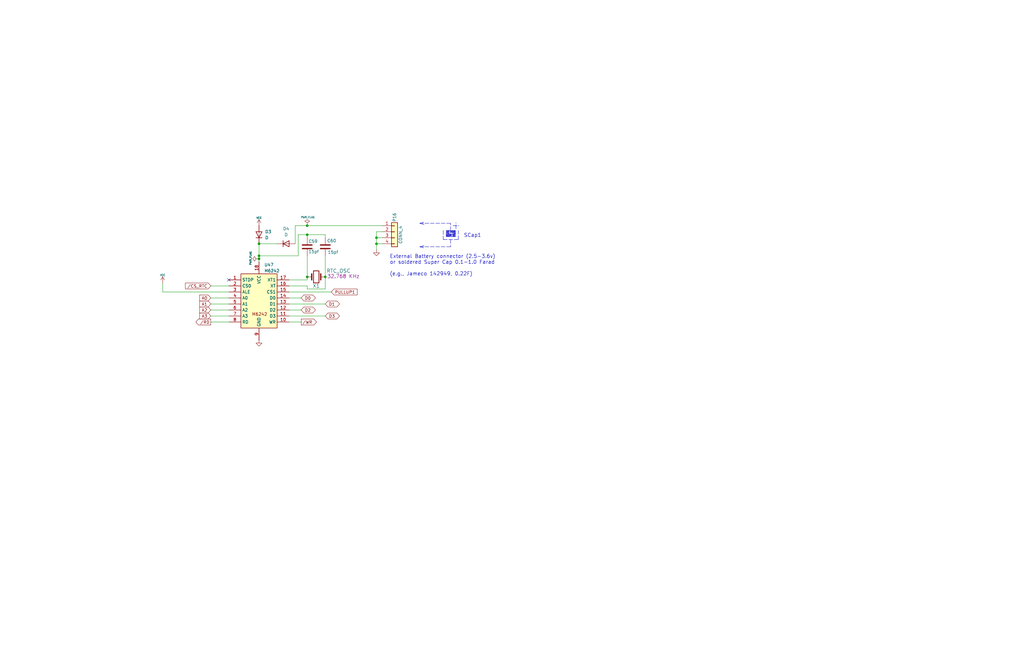
<source format=kicad_sch>
(kicad_sch
	(version 20250114)
	(generator "eeschema")
	(generator_version "9.0")
	(uuid "cbe0dedb-2418-48fa-b2ea-9e475d930100")
	(paper "USLedger")
	(title_block
		(title "N8PC")
		(date "2025-11-02")
		(rev "000.8")
		(comment 1 "https://github.com/danwerner21/N8PC")
		(comment 2 "Based on work by Andrew Lynch and John Coffman")
	)
	(lib_symbols
		(symbol "Connector_Generic:Conn_01x04"
			(pin_names
				(offset 1.016)
				(hide yes)
			)
			(exclude_from_sim no)
			(in_bom yes)
			(on_board yes)
			(property "Reference" "J"
				(at 0 5.08 0)
				(effects
					(font
						(size 1.27 1.27)
					)
				)
			)
			(property "Value" "Conn_01x04"
				(at 0 -7.62 0)
				(effects
					(font
						(size 1.27 1.27)
					)
				)
			)
			(property "Footprint" ""
				(at 0 0 0)
				(effects
					(font
						(size 1.27 1.27)
					)
					(hide yes)
				)
			)
			(property "Datasheet" "~"
				(at 0 0 0)
				(effects
					(font
						(size 1.27 1.27)
					)
					(hide yes)
				)
			)
			(property "Description" "Generic connector, single row, 01x04, script generated (kicad-library-utils/schlib/autogen/connector/)"
				(at 0 0 0)
				(effects
					(font
						(size 1.27 1.27)
					)
					(hide yes)
				)
			)
			(property "ki_keywords" "connector"
				(at 0 0 0)
				(effects
					(font
						(size 1.27 1.27)
					)
					(hide yes)
				)
			)
			(property "ki_fp_filters" "Connector*:*_1x??_*"
				(at 0 0 0)
				(effects
					(font
						(size 1.27 1.27)
					)
					(hide yes)
				)
			)
			(symbol "Conn_01x04_1_1"
				(rectangle
					(start -1.27 3.81)
					(end 1.27 -6.35)
					(stroke
						(width 0.254)
						(type default)
					)
					(fill
						(type background)
					)
				)
				(rectangle
					(start -1.27 2.667)
					(end 0 2.413)
					(stroke
						(width 0.1524)
						(type default)
					)
					(fill
						(type none)
					)
				)
				(rectangle
					(start -1.27 0.127)
					(end 0 -0.127)
					(stroke
						(width 0.1524)
						(type default)
					)
					(fill
						(type none)
					)
				)
				(rectangle
					(start -1.27 -2.413)
					(end 0 -2.667)
					(stroke
						(width 0.1524)
						(type default)
					)
					(fill
						(type none)
					)
				)
				(rectangle
					(start -1.27 -4.953)
					(end 0 -5.207)
					(stroke
						(width 0.1524)
						(type default)
					)
					(fill
						(type none)
					)
				)
				(pin passive line
					(at -5.08 2.54 0)
					(length 3.81)
					(name "Pin_1"
						(effects
							(font
								(size 1.27 1.27)
							)
						)
					)
					(number "1"
						(effects
							(font
								(size 1.27 1.27)
							)
						)
					)
				)
				(pin passive line
					(at -5.08 0 0)
					(length 3.81)
					(name "Pin_2"
						(effects
							(font
								(size 1.27 1.27)
							)
						)
					)
					(number "2"
						(effects
							(font
								(size 1.27 1.27)
							)
						)
					)
				)
				(pin passive line
					(at -5.08 -2.54 0)
					(length 3.81)
					(name "Pin_3"
						(effects
							(font
								(size 1.27 1.27)
							)
						)
					)
					(number "3"
						(effects
							(font
								(size 1.27 1.27)
							)
						)
					)
				)
				(pin passive line
					(at -5.08 -5.08 0)
					(length 3.81)
					(name "Pin_4"
						(effects
							(font
								(size 1.27 1.27)
							)
						)
					)
					(number "4"
						(effects
							(font
								(size 1.27 1.27)
							)
						)
					)
				)
			)
			(embedded_fonts no)
		)
		(symbol "Custom:M6242B"
			(exclude_from_sim no)
			(in_bom yes)
			(on_board yes)
			(property "Reference" "U"
				(at 0 0 0)
				(effects
					(font
						(size 1.27 1.27)
					)
				)
			)
			(property "Value" ""
				(at 0 0 0)
				(effects
					(font
						(size 1.27 1.27)
					)
				)
			)
			(property "Footprint" ""
				(at 0 0 0)
				(effects
					(font
						(size 1.27 1.27)
					)
					(hide yes)
				)
			)
			(property "Datasheet" ""
				(at 0 0 0)
				(effects
					(font
						(size 1.27 1.27)
					)
					(hide yes)
				)
			)
			(property "Description" ""
				(at 0 0 0)
				(effects
					(font
						(size 1.27 1.27)
					)
					(hide yes)
				)
			)
			(symbol "M6242B_1_0"
				(pin passive line
					(at -12.7 3.81 0)
					(length 5.08)
					(name "STDP"
						(effects
							(font
								(size 1.27 1.27)
							)
						)
					)
					(number "1"
						(effects
							(font
								(size 1.27 1.27)
							)
						)
					)
				)
				(pin passive line
					(at -12.7 1.27 0)
					(length 5.08)
					(name "CS0"
						(effects
							(font
								(size 1.27 1.27)
							)
						)
					)
					(number "2"
						(effects
							(font
								(size 1.27 1.27)
							)
						)
					)
				)
				(pin passive line
					(at -12.7 -1.27 0)
					(length 5.08)
					(name "ALE"
						(effects
							(font
								(size 1.27 1.27)
							)
						)
					)
					(number "3"
						(effects
							(font
								(size 1.27 1.27)
							)
						)
					)
				)
				(pin passive line
					(at -12.7 -3.81 0)
					(length 5.08)
					(name "A0"
						(effects
							(font
								(size 1.27 1.27)
							)
						)
					)
					(number "4"
						(effects
							(font
								(size 1.27 1.27)
							)
						)
					)
				)
				(pin passive line
					(at -12.7 -6.35 0)
					(length 5.08)
					(name "A1"
						(effects
							(font
								(size 1.27 1.27)
							)
						)
					)
					(number "5"
						(effects
							(font
								(size 1.27 1.27)
							)
						)
					)
				)
				(pin passive line
					(at -12.7 -8.89 0)
					(length 5.08)
					(name "A2"
						(effects
							(font
								(size 1.27 1.27)
							)
						)
					)
					(number "6"
						(effects
							(font
								(size 1.27 1.27)
							)
						)
					)
				)
				(pin passive line
					(at -12.7 -11.43 0)
					(length 5.08)
					(name "A3"
						(effects
							(font
								(size 1.27 1.27)
							)
						)
					)
					(number "7"
						(effects
							(font
								(size 1.27 1.27)
							)
						)
					)
				)
				(pin passive line
					(at -12.7 -13.97 0)
					(length 5.08)
					(name "RD"
						(effects
							(font
								(size 1.27 1.27)
							)
						)
					)
					(number "8"
						(effects
							(font
								(size 1.27 1.27)
							)
						)
					)
				)
				(pin power_in line
					(at 0 11.43 270)
					(length 5.08)
					(name "VCC"
						(effects
							(font
								(size 1.27 1.27)
							)
						)
					)
					(number "18"
						(effects
							(font
								(size 1.27 1.27)
							)
						)
					)
				)
				(pin power_in line
					(at 0 -21.59 90)
					(length 5.08)
					(name "GND"
						(effects
							(font
								(size 1.27 1.27)
							)
						)
					)
					(number "9"
						(effects
							(font
								(size 1.27 1.27)
							)
						)
					)
				)
				(pin passive line
					(at 12.7 3.81 180)
					(length 5.08)
					(name "XT1"
						(effects
							(font
								(size 1.27 1.27)
							)
						)
					)
					(number "17"
						(effects
							(font
								(size 1.27 1.27)
							)
						)
					)
				)
				(pin passive line
					(at 12.7 1.27 180)
					(length 5.08)
					(name "XT"
						(effects
							(font
								(size 1.27 1.27)
							)
						)
					)
					(number "16"
						(effects
							(font
								(size 1.27 1.27)
							)
						)
					)
				)
				(pin passive line
					(at 12.7 -1.27 180)
					(length 5.08)
					(name "CS1"
						(effects
							(font
								(size 1.27 1.27)
							)
						)
					)
					(number "15"
						(effects
							(font
								(size 1.27 1.27)
							)
						)
					)
				)
				(pin passive line
					(at 12.7 -3.81 180)
					(length 5.08)
					(name "D0"
						(effects
							(font
								(size 1.27 1.27)
							)
						)
					)
					(number "14"
						(effects
							(font
								(size 1.27 1.27)
							)
						)
					)
				)
				(pin passive line
					(at 12.7 -6.35 180)
					(length 5.08)
					(name "D1"
						(effects
							(font
								(size 1.27 1.27)
							)
						)
					)
					(number "13"
						(effects
							(font
								(size 1.27 1.27)
							)
						)
					)
				)
				(pin passive line
					(at 12.7 -8.89 180)
					(length 5.08)
					(name "D2"
						(effects
							(font
								(size 1.27 1.27)
							)
						)
					)
					(number "12"
						(effects
							(font
								(size 1.27 1.27)
							)
						)
					)
				)
				(pin passive line
					(at 12.7 -11.43 180)
					(length 5.08)
					(name "D3"
						(effects
							(font
								(size 1.27 1.27)
							)
						)
					)
					(number "11"
						(effects
							(font
								(size 1.27 1.27)
							)
						)
					)
				)
				(pin passive line
					(at 12.7 -13.97 180)
					(length 5.08)
					(name "WR"
						(effects
							(font
								(size 1.27 1.27)
							)
						)
					)
					(number "10"
						(effects
							(font
								(size 1.27 1.27)
							)
						)
					)
				)
			)
			(symbol "M6242B_1_1"
				(rectangle
					(start -7.62 6.35)
					(end 7.62 -16.51)
					(stroke
						(width 0.254)
						(type default)
					)
					(fill
						(type background)
					)
				)
				(text "M6242"
					(at 0.254 -10.668 0)
					(effects
						(font
							(size 1.27 1.27)
						)
					)
				)
			)
			(embedded_fonts no)
		)
		(symbol "Device:C"
			(pin_numbers
				(hide yes)
			)
			(pin_names
				(offset 0.254)
			)
			(exclude_from_sim no)
			(in_bom yes)
			(on_board yes)
			(property "Reference" "C"
				(at 0.635 2.54 0)
				(effects
					(font
						(size 1.27 1.27)
					)
					(justify left)
				)
			)
			(property "Value" "C"
				(at 0.635 -2.54 0)
				(effects
					(font
						(size 1.27 1.27)
					)
					(justify left)
				)
			)
			(property "Footprint" ""
				(at 0.9652 -3.81 0)
				(effects
					(font
						(size 1.27 1.27)
					)
					(hide yes)
				)
			)
			(property "Datasheet" "~"
				(at 0 0 0)
				(effects
					(font
						(size 1.27 1.27)
					)
					(hide yes)
				)
			)
			(property "Description" "Unpolarized capacitor"
				(at 0 0 0)
				(effects
					(font
						(size 1.27 1.27)
					)
					(hide yes)
				)
			)
			(property "ki_keywords" "cap capacitor"
				(at 0 0 0)
				(effects
					(font
						(size 1.27 1.27)
					)
					(hide yes)
				)
			)
			(property "ki_fp_filters" "C_*"
				(at 0 0 0)
				(effects
					(font
						(size 1.27 1.27)
					)
					(hide yes)
				)
			)
			(symbol "C_0_1"
				(polyline
					(pts
						(xy -2.032 0.762) (xy 2.032 0.762)
					)
					(stroke
						(width 0.508)
						(type default)
					)
					(fill
						(type none)
					)
				)
				(polyline
					(pts
						(xy -2.032 -0.762) (xy 2.032 -0.762)
					)
					(stroke
						(width 0.508)
						(type default)
					)
					(fill
						(type none)
					)
				)
			)
			(symbol "C_1_1"
				(pin passive line
					(at 0 3.81 270)
					(length 2.794)
					(name "~"
						(effects
							(font
								(size 1.27 1.27)
							)
						)
					)
					(number "1"
						(effects
							(font
								(size 1.27 1.27)
							)
						)
					)
				)
				(pin passive line
					(at 0 -3.81 90)
					(length 2.794)
					(name "~"
						(effects
							(font
								(size 1.27 1.27)
							)
						)
					)
					(number "2"
						(effects
							(font
								(size 1.27 1.27)
							)
						)
					)
				)
			)
			(embedded_fonts no)
		)
		(symbol "Device:Crystal"
			(pin_numbers
				(hide yes)
			)
			(pin_names
				(offset 1.016)
				(hide yes)
			)
			(exclude_from_sim no)
			(in_bom yes)
			(on_board yes)
			(property "Reference" "Y"
				(at 0 3.81 0)
				(effects
					(font
						(size 1.27 1.27)
					)
				)
			)
			(property "Value" "Crystal"
				(at 0 -3.81 0)
				(effects
					(font
						(size 1.27 1.27)
					)
				)
			)
			(property "Footprint" ""
				(at 0 0 0)
				(effects
					(font
						(size 1.27 1.27)
					)
					(hide yes)
				)
			)
			(property "Datasheet" "~"
				(at 0 0 0)
				(effects
					(font
						(size 1.27 1.27)
					)
					(hide yes)
				)
			)
			(property "Description" "Two pin crystal"
				(at 0 0 0)
				(effects
					(font
						(size 1.27 1.27)
					)
					(hide yes)
				)
			)
			(property "ki_keywords" "quartz ceramic resonator oscillator"
				(at 0 0 0)
				(effects
					(font
						(size 1.27 1.27)
					)
					(hide yes)
				)
			)
			(property "ki_fp_filters" "Crystal*"
				(at 0 0 0)
				(effects
					(font
						(size 1.27 1.27)
					)
					(hide yes)
				)
			)
			(symbol "Crystal_0_1"
				(polyline
					(pts
						(xy -2.54 0) (xy -1.905 0)
					)
					(stroke
						(width 0)
						(type default)
					)
					(fill
						(type none)
					)
				)
				(polyline
					(pts
						(xy -1.905 -1.27) (xy -1.905 1.27)
					)
					(stroke
						(width 0.508)
						(type default)
					)
					(fill
						(type none)
					)
				)
				(rectangle
					(start -1.143 2.54)
					(end 1.143 -2.54)
					(stroke
						(width 0.3048)
						(type default)
					)
					(fill
						(type none)
					)
				)
				(polyline
					(pts
						(xy 1.905 -1.27) (xy 1.905 1.27)
					)
					(stroke
						(width 0.508)
						(type default)
					)
					(fill
						(type none)
					)
				)
				(polyline
					(pts
						(xy 2.54 0) (xy 1.905 0)
					)
					(stroke
						(width 0)
						(type default)
					)
					(fill
						(type none)
					)
				)
			)
			(symbol "Crystal_1_1"
				(pin passive line
					(at -3.81 0 0)
					(length 1.27)
					(name "1"
						(effects
							(font
								(size 1.27 1.27)
							)
						)
					)
					(number "1"
						(effects
							(font
								(size 1.27 1.27)
							)
						)
					)
				)
				(pin passive line
					(at 3.81 0 180)
					(length 1.27)
					(name "2"
						(effects
							(font
								(size 1.27 1.27)
							)
						)
					)
					(number "2"
						(effects
							(font
								(size 1.27 1.27)
							)
						)
					)
				)
			)
			(embedded_fonts no)
		)
		(symbol "Device:D"
			(pin_numbers
				(hide yes)
			)
			(pin_names
				(offset 1.016)
				(hide yes)
			)
			(exclude_from_sim no)
			(in_bom yes)
			(on_board yes)
			(property "Reference" "D"
				(at 0 2.54 0)
				(effects
					(font
						(size 1.27 1.27)
					)
				)
			)
			(property "Value" "D"
				(at 0 -2.54 0)
				(effects
					(font
						(size 1.27 1.27)
					)
				)
			)
			(property "Footprint" ""
				(at 0 0 0)
				(effects
					(font
						(size 1.27 1.27)
					)
					(hide yes)
				)
			)
			(property "Datasheet" "~"
				(at 0 0 0)
				(effects
					(font
						(size 1.27 1.27)
					)
					(hide yes)
				)
			)
			(property "Description" "Diode"
				(at 0 0 0)
				(effects
					(font
						(size 1.27 1.27)
					)
					(hide yes)
				)
			)
			(property "Sim.Device" "D"
				(at 0 0 0)
				(effects
					(font
						(size 1.27 1.27)
					)
					(hide yes)
				)
			)
			(property "Sim.Pins" "1=K 2=A"
				(at 0 0 0)
				(effects
					(font
						(size 1.27 1.27)
					)
					(hide yes)
				)
			)
			(property "ki_keywords" "diode"
				(at 0 0 0)
				(effects
					(font
						(size 1.27 1.27)
					)
					(hide yes)
				)
			)
			(property "ki_fp_filters" "TO-???* *_Diode_* *SingleDiode* D_*"
				(at 0 0 0)
				(effects
					(font
						(size 1.27 1.27)
					)
					(hide yes)
				)
			)
			(symbol "D_0_1"
				(polyline
					(pts
						(xy -1.27 1.27) (xy -1.27 -1.27)
					)
					(stroke
						(width 0.254)
						(type default)
					)
					(fill
						(type none)
					)
				)
				(polyline
					(pts
						(xy 1.27 1.27) (xy 1.27 -1.27) (xy -1.27 0) (xy 1.27 1.27)
					)
					(stroke
						(width 0.254)
						(type default)
					)
					(fill
						(type none)
					)
				)
				(polyline
					(pts
						(xy 1.27 0) (xy -1.27 0)
					)
					(stroke
						(width 0)
						(type default)
					)
					(fill
						(type none)
					)
				)
			)
			(symbol "D_1_1"
				(pin passive line
					(at -3.81 0 0)
					(length 2.54)
					(name "K"
						(effects
							(font
								(size 1.27 1.27)
							)
						)
					)
					(number "1"
						(effects
							(font
								(size 1.27 1.27)
							)
						)
					)
				)
				(pin passive line
					(at 3.81 0 180)
					(length 2.54)
					(name "A"
						(effects
							(font
								(size 1.27 1.27)
							)
						)
					)
					(number "2"
						(effects
							(font
								(size 1.27 1.27)
							)
						)
					)
				)
			)
			(embedded_fonts no)
		)
		(symbol "power:GND"
			(power)
			(pin_numbers
				(hide yes)
			)
			(pin_names
				(offset 0)
				(hide yes)
			)
			(exclude_from_sim no)
			(in_bom yes)
			(on_board yes)
			(property "Reference" "#PWR"
				(at 0 -6.35 0)
				(effects
					(font
						(size 1.27 1.27)
					)
					(hide yes)
				)
			)
			(property "Value" "GND"
				(at 0 -3.81 0)
				(effects
					(font
						(size 1.27 1.27)
					)
				)
			)
			(property "Footprint" ""
				(at 0 0 0)
				(effects
					(font
						(size 1.27 1.27)
					)
					(hide yes)
				)
			)
			(property "Datasheet" ""
				(at 0 0 0)
				(effects
					(font
						(size 1.27 1.27)
					)
					(hide yes)
				)
			)
			(property "Description" "Power symbol creates a global label with name \"GND\" , ground"
				(at 0 0 0)
				(effects
					(font
						(size 1.27 1.27)
					)
					(hide yes)
				)
			)
			(property "ki_keywords" "global power"
				(at 0 0 0)
				(effects
					(font
						(size 1.27 1.27)
					)
					(hide yes)
				)
			)
			(symbol "GND_0_1"
				(polyline
					(pts
						(xy 0 0) (xy 0 -1.27) (xy 1.27 -1.27) (xy 0 -2.54) (xy -1.27 -1.27) (xy 0 -1.27)
					)
					(stroke
						(width 0)
						(type default)
					)
					(fill
						(type none)
					)
				)
			)
			(symbol "GND_1_1"
				(pin power_in line
					(at 0 0 270)
					(length 0)
					(name "~"
						(effects
							(font
								(size 1.27 1.27)
							)
						)
					)
					(number "1"
						(effects
							(font
								(size 1.27 1.27)
							)
						)
					)
				)
			)
			(embedded_fonts no)
		)
		(symbol "power:PWR_FLAG"
			(power)
			(pin_numbers
				(hide yes)
			)
			(pin_names
				(offset 0)
				(hide yes)
			)
			(exclude_from_sim no)
			(in_bom yes)
			(on_board yes)
			(property "Reference" "#FLG"
				(at 0 1.905 0)
				(effects
					(font
						(size 1.27 1.27)
					)
					(hide yes)
				)
			)
			(property "Value" "PWR_FLAG"
				(at 0 3.81 0)
				(effects
					(font
						(size 1.27 1.27)
					)
				)
			)
			(property "Footprint" ""
				(at 0 0 0)
				(effects
					(font
						(size 1.27 1.27)
					)
					(hide yes)
				)
			)
			(property "Datasheet" "~"
				(at 0 0 0)
				(effects
					(font
						(size 1.27 1.27)
					)
					(hide yes)
				)
			)
			(property "Description" "Special symbol for telling ERC where power comes from"
				(at 0 0 0)
				(effects
					(font
						(size 1.27 1.27)
					)
					(hide yes)
				)
			)
			(property "ki_keywords" "flag power"
				(at 0 0 0)
				(effects
					(font
						(size 1.27 1.27)
					)
					(hide yes)
				)
			)
			(symbol "PWR_FLAG_0_0"
				(pin power_out line
					(at 0 0 90)
					(length 0)
					(name "~"
						(effects
							(font
								(size 1.27 1.27)
							)
						)
					)
					(number "1"
						(effects
							(font
								(size 1.27 1.27)
							)
						)
					)
				)
			)
			(symbol "PWR_FLAG_0_1"
				(polyline
					(pts
						(xy 0 0) (xy 0 1.27) (xy -1.016 1.905) (xy 0 2.54) (xy 1.016 1.905) (xy 0 1.27)
					)
					(stroke
						(width 0)
						(type default)
					)
					(fill
						(type none)
					)
				)
			)
			(embedded_fonts no)
		)
		(symbol "power:VCC"
			(power)
			(pin_numbers
				(hide yes)
			)
			(pin_names
				(offset 0)
				(hide yes)
			)
			(exclude_from_sim no)
			(in_bom yes)
			(on_board yes)
			(property "Reference" "#PWR"
				(at 0 -3.81 0)
				(effects
					(font
						(size 1.27 1.27)
					)
					(hide yes)
				)
			)
			(property "Value" "VCC"
				(at 0 3.556 0)
				(effects
					(font
						(size 1.27 1.27)
					)
				)
			)
			(property "Footprint" ""
				(at 0 0 0)
				(effects
					(font
						(size 1.27 1.27)
					)
					(hide yes)
				)
			)
			(property "Datasheet" ""
				(at 0 0 0)
				(effects
					(font
						(size 1.27 1.27)
					)
					(hide yes)
				)
			)
			(property "Description" "Power symbol creates a global label with name \"VCC\""
				(at 0 0 0)
				(effects
					(font
						(size 1.27 1.27)
					)
					(hide yes)
				)
			)
			(property "ki_keywords" "global power"
				(at 0 0 0)
				(effects
					(font
						(size 1.27 1.27)
					)
					(hide yes)
				)
			)
			(symbol "VCC_0_1"
				(polyline
					(pts
						(xy -0.762 1.27) (xy 0 2.54)
					)
					(stroke
						(width 0)
						(type default)
					)
					(fill
						(type none)
					)
				)
				(polyline
					(pts
						(xy 0 2.54) (xy 0.762 1.27)
					)
					(stroke
						(width 0)
						(type default)
					)
					(fill
						(type none)
					)
				)
				(polyline
					(pts
						(xy 0 0) (xy 0 2.54)
					)
					(stroke
						(width 0)
						(type default)
					)
					(fill
						(type none)
					)
				)
			)
			(symbol "VCC_1_1"
				(pin power_in line
					(at 0 0 90)
					(length 0)
					(name "~"
						(effects
							(font
								(size 1.27 1.27)
							)
						)
					)
					(number "1"
						(effects
							(font
								(size 1.27 1.27)
							)
						)
					)
				)
			)
			(embedded_fonts no)
		)
	)
	(text "External Battery connector (2.5-3.6v)\nor soldered Super Cap 0.1-1.0 Farad\n\n(e.g., Jameco 142949, 0.22F)"
		(exclude_from_sim no)
		(at 164.338 116.586 0)
		(effects
			(font
				(size 1.524 1.524)
			)
			(justify left bottom)
		)
		(uuid "92e3e0e3-fa3a-46c6-b84f-93ebe8ce2786")
	)
	(text "~"
		(exclude_from_sim no)
		(at 195.834 97.536 0)
		(effects
			(font
				(size 1.524 1.524)
			)
			(justify left bottom)
		)
		(uuid "bcbab533-e9d9-434c-b211-4f2e310ebe17")
	)
	(text "SCap1"
		(exclude_from_sim no)
		(at 195.58 100.33 0)
		(effects
			(font
				(size 1.524 1.524)
			)
			(justify left bottom)
		)
		(uuid "cab9cfba-eafe-478a-a2eb-956c2e26d486")
	)
	(junction
		(at 129.54 116.84)
		(diameter 0)
		(color 0 0 0 0)
		(uuid "0d1d74d0-0d3a-4233-ba1e-e9e063a4e189")
	)
	(junction
		(at 137.16 116.84)
		(diameter 0)
		(color 0 0 0 0)
		(uuid "17c6fedd-fb1d-45fc-8f07-0e48566785ea")
	)
	(junction
		(at 109.22 109.22)
		(diameter 0)
		(color 0 0 0 0)
		(uuid "22257d5c-532e-4549-af19-bd9813268dd8")
	)
	(junction
		(at 158.75 100.33)
		(diameter 0)
		(color 0 0 0 0)
		(uuid "6cb0f734-f1e0-4530-99f5-c98ebef9a7c0")
	)
	(junction
		(at 129.54 99.06)
		(diameter 0)
		(color 0 0 0 0)
		(uuid "7ad2b714-d338-4d20-b85d-d09236e3471d")
	)
	(junction
		(at 158.75 102.87)
		(diameter 0)
		(color 0 0 0 0)
		(uuid "9111b942-aa29-4bc9-84f8-012d40869b3a")
	)
	(junction
		(at 109.22 102.87)
		(diameter 0)
		(color 0 0 0 0)
		(uuid "9d1c0fcd-41fb-443e-b593-04b65394e3fe")
	)
	(junction
		(at 109.22 107.95)
		(diameter 0)
		(color 0 0 0 0)
		(uuid "cee5a908-c97a-48b2-af48-b495431ce13f")
	)
	(junction
		(at 129.54 95.25)
		(diameter 0)
		(color 0 0 0 0)
		(uuid "e1156556-c4ff-4065-afc0-db8776de6ef2")
	)
	(no_connect
		(at 96.52 118.11)
		(uuid "272fd08b-1ff6-42cc-b6f9-0dbecc3ebff3")
	)
	(wire
		(pts
			(xy 129.54 100.33) (xy 129.54 99.06)
		)
		(stroke
			(width 0)
			(type default)
		)
		(uuid "074e6c7a-2716-4f53-8296-9c1aad1d60c3")
	)
	(wire
		(pts
			(xy 88.9 128.27) (xy 96.52 128.27)
		)
		(stroke
			(width 0)
			(type default)
		)
		(uuid "0b8b830e-7e53-4457-a68b-56284672be36")
	)
	(polyline
		(pts
			(xy 188.214 99.568) (xy 190.5 97.282)
		)
		(stroke
			(width 0)
			(type dash)
		)
		(uuid "0d373690-523c-460b-bf55-f720ac1d721e")
	)
	(polyline
		(pts
			(xy 188.214 98.552) (xy 189.484 97.282)
		)
		(stroke
			(width 0)
			(type dash)
		)
		(uuid "0dfcaca9-2865-47fc-b12c-f4356d1adab8")
	)
	(wire
		(pts
			(xy 88.9 133.35) (xy 96.52 133.35)
		)
		(stroke
			(width 0)
			(type default)
		)
		(uuid "0e20b1c0-1eee-4bb3-b26a-eb3e3f1fdd2b")
	)
	(polyline
		(pts
			(xy 189.992 101.092) (xy 189.992 104.14)
		)
		(stroke
			(width 0)
			(type dash)
		)
		(uuid "10e54ce8-b6d1-43f0-9ad8-2bcc8ae3800c")
	)
	(wire
		(pts
			(xy 109.22 107.95) (xy 109.22 109.22)
		)
		(stroke
			(width 0)
			(type default)
		)
		(uuid "14daa1a8-aff2-4566-9b66-4fddbe25eaf6")
	)
	(wire
		(pts
			(xy 88.9 135.89) (xy 96.52 135.89)
		)
		(stroke
			(width 0)
			(type default)
		)
		(uuid "1c93944e-65dd-4e3d-b0b7-bd8e0d83dfe3")
	)
	(wire
		(pts
			(xy 109.22 102.87) (xy 109.22 107.95)
		)
		(stroke
			(width 0)
			(type default)
		)
		(uuid "1d5d82eb-161b-4693-bc0e-321ae02c2977")
	)
	(polyline
		(pts
			(xy 191.008 95.25) (xy 193.548 95.25)
		)
		(stroke
			(width 0)
			(type dash)
		)
		(uuid "1f1de75b-8f8c-489b-8157-2c79626a9ce8")
	)
	(wire
		(pts
			(xy 109.22 102.87) (xy 116.84 102.87)
		)
		(stroke
			(width 0)
			(type default)
		)
		(uuid "1ff55ea5-b1d8-448a-a6fc-652df37e1e6b")
	)
	(wire
		(pts
			(xy 137.16 99.06) (xy 137.16 100.33)
		)
		(stroke
			(width 0)
			(type default)
		)
		(uuid "20d22bc1-bc2e-44be-9919-bb7508e27a89")
	)
	(wire
		(pts
			(xy 158.75 97.79) (xy 161.29 97.79)
		)
		(stroke
			(width 0)
			(type default)
		)
		(uuid "20e1e5c1-f08d-420c-b598-e9a87b0886cb")
	)
	(polyline
		(pts
			(xy 188.722 97.282) (xy 188.214 97.79)
		)
		(stroke
			(width 0)
			(type dash)
		)
		(uuid "24062355-a8b6-44a4-8c27-09cf36e0b217")
	)
	(polyline
		(pts
			(xy 192.024 97.282) (xy 192.024 99.822)
		)
		(stroke
			(width 0)
			(type dash)
		)
		(uuid "25b55ce8-f1f1-4e3c-9198-8f96b5401f4d")
	)
	(wire
		(pts
			(xy 129.54 95.25) (xy 124.46 95.25)
		)
		(stroke
			(width 0)
			(type default)
		)
		(uuid "2745431f-67db-430b-9a58-4722efa9cc29")
	)
	(wire
		(pts
			(xy 88.9 120.65) (xy 96.52 120.65)
		)
		(stroke
			(width 0)
			(type default)
		)
		(uuid "285691e2-a949-4f48-9762-8656e55472ad")
	)
	(wire
		(pts
			(xy 121.92 133.35) (xy 137.16 133.35)
		)
		(stroke
			(width 0)
			(type default)
		)
		(uuid "2ae4f461-2dd2-4e59-9cec-42b344a65e34")
	)
	(polyline
		(pts
			(xy 189.738 97.282) (xy 188.214 98.806)
		)
		(stroke
			(width 0)
			(type dash)
		)
		(uuid "2c4c920e-a397-4099-b0c8-61be724dc379")
	)
	(wire
		(pts
			(xy 88.9 130.81) (xy 96.52 130.81)
		)
		(stroke
			(width 0)
			(type default)
		)
		(uuid "35921371-a3e1-421b-b76e-f82cfc3e3152")
	)
	(polyline
		(pts
			(xy 193.294 101.092) (xy 193.294 97.282)
		)
		(stroke
			(width 0)
			(type dash)
		)
		(uuid "38c3d51b-624c-469b-bf45-9fcfbfd7c6cb")
	)
	(wire
		(pts
			(xy 137.16 121.92) (xy 129.54 121.92)
		)
		(stroke
			(width 0)
			(type default)
		)
		(uuid "39247989-3c6e-4b7f-93a5-b52758855e0a")
	)
	(wire
		(pts
			(xy 161.29 95.25) (xy 129.54 95.25)
		)
		(stroke
			(width 0)
			(type default)
		)
		(uuid "398b3923-65dc-435b-93aa-5850d676d8e1")
	)
	(wire
		(pts
			(xy 121.92 135.89) (xy 127 135.89)
		)
		(stroke
			(width 0)
			(type default)
		)
		(uuid "3c000ca0-4edb-49ac-9e25-18b111603333")
	)
	(wire
		(pts
			(xy 88.9 125.73) (xy 96.52 125.73)
		)
		(stroke
			(width 0)
			(type default)
		)
		(uuid "3ea46392-d989-4fe8-a703-67426b5a8ae4")
	)
	(polyline
		(pts
			(xy 186.944 101.092) (xy 193.294 101.092)
		)
		(stroke
			(width 0)
			(type dash)
		)
		(uuid "4124ca06-3037-4789-b0ec-c2922bba8b98")
	)
	(polyline
		(pts
			(xy 192.024 97.282) (xy 189.484 99.822)
		)
		(stroke
			(width 0)
			(type dash)
		)
		(uuid "41888a60-15d5-4001-9789-05c5b56a7d79")
	)
	(wire
		(pts
			(xy 158.75 102.87) (xy 158.75 100.33)
		)
		(stroke
			(width 0)
			(type default)
		)
		(uuid "42ab241e-70e6-445a-a792-aefa920b1130")
	)
	(wire
		(pts
			(xy 125.73 99.06) (xy 129.54 99.06)
		)
		(stroke
			(width 0)
			(type default)
		)
		(uuid "446b9f5e-5d7d-4514-ab22-2c2362d57a66")
	)
	(polyline
		(pts
			(xy 188.214 99.06) (xy 189.992 97.282)
		)
		(stroke
			(width 0)
			(type dash)
		)
		(uuid "448cfa57-f291-4c47-8e58-bdf8ddfcb9fc")
	)
	(wire
		(pts
			(xy 137.16 107.95) (xy 137.16 116.84)
		)
		(stroke
			(width 0)
			(type default)
		)
		(uuid "47c446df-2318-4474-b892-d88cbd7b6896")
	)
	(polyline
		(pts
			(xy 177.038 104.14) (xy 178.816 104.648)
		)
		(stroke
			(width 0)
			(type dash)
		)
		(uuid "4b83b5d0-da0f-4e79-8f10-e228bc852ea2")
	)
	(polyline
		(pts
			(xy 178.816 94.742) (xy 177.038 94.234)
		)
		(stroke
			(width 0)
			(type dash)
		)
		(uuid "4ce4c4bd-c43c-4ad3-a203-d66f358d04e5")
	)
	(polyline
		(pts
			(xy 188.214 98.298) (xy 189.23 97.282)
		)
		(stroke
			(width 0)
			(type dash)
		)
		(uuid "4cfcf672-b750-4dc2-affb-538db8bacf49")
	)
	(polyline
		(pts
			(xy 192.024 99.822) (xy 188.214 99.822)
		)
		(stroke
			(width 0)
			(type dash)
		)
		(uuid "4da2c468-4eca-4063-ac16-4d11c95eaf1a")
	)
	(polyline
		(pts
			(xy 188.214 99.314) (xy 190.246 97.282)
		)
		(stroke
			(width 0)
			(type dash)
		)
		(uuid "4dba5e90-e9e1-423d-b342-f27cfc0bb522")
	)
	(polyline
		(pts
			(xy 188.468 99.822) (xy 191.008 97.282)
		)
		(stroke
			(width 0)
			(type dash)
		)
		(uuid "4fbb8b65-1e35-4f58-97fb-2448dc4a2c0d")
	)
	(wire
		(pts
			(xy 121.92 130.81) (xy 127 130.81)
		)
		(stroke
			(width 0)
			(type default)
		)
		(uuid "57341449-3eb3-4aa2-bf6d-5b753a2c2e7b")
	)
	(wire
		(pts
			(xy 129.54 121.92) (xy 129.54 120.65)
		)
		(stroke
			(width 0)
			(type default)
		)
		(uuid "57d736c0-d433-45c9-8e8f-086c58fded61")
	)
	(wire
		(pts
			(xy 109.22 109.22) (xy 109.22 110.49)
		)
		(stroke
			(width 0)
			(type default)
		)
		(uuid "5b17b3dd-03a7-4843-9f52-d87d0df5ef98")
	)
	(polyline
		(pts
			(xy 189.738 99.822) (xy 192.024 97.536)
		)
		(stroke
			(width 0)
			(type dash)
		)
		(uuid "5f9f57ce-4522-424a-88b8-4b205fd7371b")
	)
	(wire
		(pts
			(xy 68.58 119.38) (xy 68.58 123.19)
		)
		(stroke
			(width 0)
			(type default)
		)
		(uuid "5ff390bd-5c2b-4c02-bfc2-5749431cfab3")
	)
	(wire
		(pts
			(xy 129.54 99.06) (xy 137.16 99.06)
		)
		(stroke
			(width 0)
			(type default)
		)
		(uuid "624cd841-5d8c-4be5-ba77-3b85ffae2999")
	)
	(polyline
		(pts
			(xy 186.944 97.282) (xy 186.944 101.092)
		)
		(stroke
			(width 0)
			(type dash)
		)
		(uuid "69699f7a-b298-4b6e-b75a-8f323a348809")
	)
	(polyline
		(pts
			(xy 192.024 98.552) (xy 190.754 99.822)
		)
		(stroke
			(width 0)
			(type dash)
		)
		(uuid "73659f2d-2784-4b06-90a0-55345351a087")
	)
	(wire
		(pts
			(xy 125.73 107.95) (xy 125.73 99.06)
		)
		(stroke
			(width 0)
			(type default)
		)
		(uuid "7383839f-b6cf-479d-b027-c7522a8a7b45")
	)
	(wire
		(pts
			(xy 129.54 120.65) (xy 121.92 120.65)
		)
		(stroke
			(width 0)
			(type default)
		)
		(uuid "74ee5d6f-0208-4484-ba4a-6ac0c6a9c83a")
	)
	(polyline
		(pts
			(xy 188.214 99.822) (xy 188.214 97.282)
		)
		(stroke
			(width 0)
			(type dash)
		)
		(uuid "7d666ed5-2dc9-4449-8859-015b65663dff")
	)
	(polyline
		(pts
			(xy 189.23 99.822) (xy 191.77 97.282)
		)
		(stroke
			(width 0)
			(type dash)
		)
		(uuid "800a84bb-8eab-4685-adf0-bc364fde816f")
	)
	(polyline
		(pts
			(xy 189.992 104.14) (xy 177.038 104.14)
		)
		(stroke
			(width 0)
			(type dash)
		)
		(uuid "890cb816-d5fa-4c64-912f-33884b2eb870")
	)
	(wire
		(pts
			(xy 68.58 123.19) (xy 96.52 123.19)
		)
		(stroke
			(width 0)
			(type default)
		)
		(uuid "89fa51bf-f68b-431d-9d68-f360e258a39c")
	)
	(polyline
		(pts
			(xy 192.024 97.79) (xy 189.992 99.822)
		)
		(stroke
			(width 0)
			(type dash)
		)
		(uuid "8b6dcd3d-c31e-495e-96e9-5914485c00ae")
	)
	(wire
		(pts
			(xy 137.16 116.84) (xy 137.16 121.92)
		)
		(stroke
			(width 0)
			(type default)
		)
		(uuid "8be18f1a-e17f-4982-94b0-17077ba9e282")
	)
	(polyline
		(pts
			(xy 188.214 99.822) (xy 190.754 97.282)
		)
		(stroke
			(width 0)
			(type dash)
		)
		(uuid "8d1a00ab-a0c4-4bb7-ae1b-70f65fddb316")
	)
	(polyline
		(pts
			(xy 192.024 99.314) (xy 191.516 99.822)
		)
		(stroke
			(width 0)
			(type dash)
		)
		(uuid "9451a97e-5800-42e5-aa73-6af9fe88ab6e")
	)
	(wire
		(pts
			(xy 121.92 125.73) (xy 127 125.73)
		)
		(stroke
			(width 0)
			(type default)
		)
		(uuid "96fdd68f-0fed-4b65-baba-bcf5938f79f7")
	)
	(wire
		(pts
			(xy 121.92 123.19) (xy 139.7 123.19)
		)
		(stroke
			(width 0)
			(type default)
		)
		(uuid "9c1b3994-a67d-48f7-910b-4e2bc3ffb989")
	)
	(wire
		(pts
			(xy 158.75 100.33) (xy 161.29 100.33)
		)
		(stroke
			(width 0)
			(type default)
		)
		(uuid "a1753ab4-271b-4756-ac44-580245115f5c")
	)
	(polyline
		(pts
			(xy 177.038 94.234) (xy 178.816 93.726)
		)
		(stroke
			(width 0)
			(type dash)
		)
		(uuid "a33e1bd6-fc3c-4db3-8eb6-c0b60acfbfa8")
	)
	(polyline
		(pts
			(xy 192.024 98.044) (xy 190.246 99.822)
		)
		(stroke
			(width 0)
			(type dash)
		)
		(uuid "a3fe153a-4ccc-4075-8efb-5a3ea01f00ba")
	)
	(polyline
		(pts
			(xy 189.992 94.234) (xy 177.038 94.234)
		)
		(stroke
			(width 0)
			(type dash)
		)
		(uuid "a595ce0a-6975-4d30-9a46-3d5590a4a385")
	)
	(wire
		(pts
			(xy 129.54 107.95) (xy 129.54 116.84)
		)
		(stroke
			(width 0)
			(type default)
		)
		(uuid "a6764b04-57cf-4f62-8ea8-d19c7d5cfc40")
	)
	(polyline
		(pts
			(xy 188.722 99.822) (xy 191.262 97.282)
		)
		(stroke
			(width 0)
			(type dash)
		)
		(uuid "a6f02b29-6692-447b-aec0-18676f667708")
	)
	(polyline
		(pts
			(xy 192.024 99.568) (xy 191.77 99.822)
		)
		(stroke
			(width 0)
			(type dash)
		)
		(uuid "abeaaa44-d1b9-4986-ac75-21af6d948b6c")
	)
	(wire
		(pts
			(xy 129.54 116.84) (xy 129.54 118.11)
		)
		(stroke
			(width 0)
			(type default)
		)
		(uuid "b485b17a-5bd9-49f7-ba69-06e6c8513965")
	)
	(polyline
		(pts
			(xy 188.976 99.822) (xy 191.516 97.282)
		)
		(stroke
			(width 0)
			(type dash)
		)
		(uuid "b7b89e36-ec31-4346-8187-69b1e472b64d")
	)
	(polyline
		(pts
			(xy 192.024 98.298) (xy 190.5 99.822)
		)
		(stroke
			(width 0)
			(type dash)
		)
		(uuid "bb513acc-705b-460a-b7b5-8f5b4d3f0432")
	)
	(polyline
		(pts
			(xy 178.816 103.632) (xy 177.038 104.14)
		)
		(stroke
			(width 0)
			(type dash)
		)
		(uuid "bd32591f-6897-4d63-a8bd-135148b120a1")
	)
	(wire
		(pts
			(xy 158.75 100.33) (xy 158.75 97.79)
		)
		(stroke
			(width 0)
			(type default)
		)
		(uuid "c01ea495-5e00-40b7-a115-27f469344d40")
	)
	(wire
		(pts
			(xy 121.92 118.11) (xy 129.54 118.11)
		)
		(stroke
			(width 0)
			(type default)
		)
		(uuid "c69cfb87-04ee-40c1-aa9d-8cdfffd83a0d")
	)
	(polyline
		(pts
			(xy 189.992 97.282) (xy 189.992 94.234)
		)
		(stroke
			(width 0)
			(type dash)
		)
		(uuid "d8f0db28-7e5c-4284-8050-94cb06a0a295")
	)
	(polyline
		(pts
			(xy 188.214 98.044) (xy 188.976 97.282)
		)
		(stroke
			(width 0)
			(type dash)
		)
		(uuid "dfd8dfc3-ad86-470e-a8f4-eed3777027f6")
	)
	(wire
		(pts
			(xy 109.22 107.95) (xy 125.73 107.95)
		)
		(stroke
			(width 0)
			(type default)
		)
		(uuid "e0f8f607-f0e4-4f7a-baab-2ee1f0eab474")
	)
	(polyline
		(pts
			(xy 188.214 97.282) (xy 192.024 97.282)
		)
		(stroke
			(width 0)
			(type dash)
		)
		(uuid "e3d21f97-494d-471f-8154-d9fbf99b335c")
	)
	(polyline
		(pts
			(xy 192.024 99.06) (xy 191.262 99.822)
		)
		(stroke
			(width 0)
			(type dash)
		)
		(uuid "eaa97db4-24d1-4441-abe7-42a95c22d2bd")
	)
	(wire
		(pts
			(xy 121.92 128.27) (xy 137.16 128.27)
		)
		(stroke
			(width 0)
			(type default)
		)
		(uuid "eb5cdc20-d812-4884-8920-7e9ba003e544")
	)
	(wire
		(pts
			(xy 161.29 102.87) (xy 158.75 102.87)
		)
		(stroke
			(width 0)
			(type default)
		)
		(uuid "ed6a32e2-b49d-4a34-9c75-0ef0fa9aa691")
	)
	(wire
		(pts
			(xy 124.46 95.25) (xy 124.46 102.87)
		)
		(stroke
			(width 0)
			(type default)
		)
		(uuid "eea10789-1e1d-40b5-adfe-0f0e65c3687e")
	)
	(polyline
		(pts
			(xy 188.214 97.536) (xy 188.468 97.282)
		)
		(stroke
			(width 0)
			(type dash)
		)
		(uuid "f050cf93-0324-443e-a7da-739bb27070dc")
	)
	(polyline
		(pts
			(xy 192.024 98.806) (xy 191.008 99.822)
		)
		(stroke
			(width 0)
			(type dash)
		)
		(uuid "f8b1a67b-156a-402c-b519-3e71ffc0e4d6")
	)
	(polyline
		(pts
			(xy 192.278 96.52) (xy 192.278 93.98)
		)
		(stroke
			(width 0)
			(type dash)
		)
		(uuid "f8fdbc17-dd54-4737-90bc-2f1447165a37")
	)
	(wire
		(pts
			(xy 158.75 105.41) (xy 158.75 102.87)
		)
		(stroke
			(width 0)
			(type default)
		)
		(uuid "fb391fa3-adfb-4ca1-82c2-a30d2e41e0d1")
	)
	(global_label "{slash}WR"
		(shape output)
		(at 127 135.89 0)
		(effects
			(font
				(size 1.27 1.27)
			)
			(justify left)
		)
		(uuid "106cf535-337d-48b8-9843-08f44e761d28")
		(property "Intersheetrefs" "${INTERSHEET_REFS}"
			(at 127 135.89 0)
			(effects
				(font
					(size 1.27 1.27)
				)
				(hide yes)
			)
		)
	)
	(global_label "D1"
		(shape bidirectional)
		(at 137.16 128.27 0)
		(effects
			(font
				(size 1.27 1.27)
			)
			(justify left)
		)
		(uuid "3725faac-2d09-49f6-8b81-8b717fb5338f")
		(property "Intersheetrefs" "${INTERSHEET_REFS}"
			(at 137.16 128.27 0)
			(effects
				(font
					(size 1.27 1.27)
				)
				(hide yes)
			)
		)
	)
	(global_label "A2"
		(shape input)
		(at 88.9 130.81 180)
		(effects
			(font
				(size 1.27 1.27)
			)
			(justify right)
		)
		(uuid "3ad69799-a79d-4340-af5e-e702efd92d27")
		(property "Intersheetrefs" "${INTERSHEET_REFS}"
			(at 88.9 130.81 0)
			(effects
				(font
					(size 1.27 1.27)
				)
				(hide yes)
			)
		)
	)
	(global_label "D0"
		(shape bidirectional)
		(at 127 125.73 0)
		(effects
			(font
				(size 1.27 1.27)
			)
			(justify left)
		)
		(uuid "4244b212-082c-4fe9-ada3-a78fed8054a7")
		(property "Intersheetrefs" "${INTERSHEET_REFS}"
			(at 127 125.73 0)
			(effects
				(font
					(size 1.27 1.27)
				)
				(hide yes)
			)
		)
	)
	(global_label "A3"
		(shape input)
		(at 88.9 133.35 180)
		(effects
			(font
				(size 1.27 1.27)
			)
			(justify right)
		)
		(uuid "45f3329e-878b-46aa-9d9d-eae1b4e1bb36")
		(property "Intersheetrefs" "${INTERSHEET_REFS}"
			(at 88.9 133.35 0)
			(effects
				(font
					(size 1.27 1.27)
				)
				(hide yes)
			)
		)
	)
	(global_label "D2"
		(shape bidirectional)
		(at 127 130.81 0)
		(effects
			(font
				(size 1.27 1.27)
			)
			(justify left)
		)
		(uuid "481be9fe-bacb-41b2-a941-5810231f9026")
		(property "Intersheetrefs" "${INTERSHEET_REFS}"
			(at 127 130.81 0)
			(effects
				(font
					(size 1.27 1.27)
				)
				(hide yes)
			)
		)
	)
	(global_label "{slash}CS_RTC"
		(shape input)
		(at 88.9 120.65 180)
		(fields_autoplaced yes)
		(effects
			(font
				(size 1.27 1.27)
			)
			(justify right)
		)
		(uuid "93272106-d5f1-44bf-87b5-017861468a2b")
		(property "Intersheetrefs" "${INTERSHEET_REFS}"
			(at 78.2838 120.65 0)
			(effects
				(font
					(size 1.27 1.27)
				)
				(justify right)
				(hide yes)
			)
		)
	)
	(global_label "A1"
		(shape input)
		(at 88.9 128.27 180)
		(effects
			(font
				(size 1.27 1.27)
			)
			(justify right)
		)
		(uuid "9630b6a4-e33c-4181-b4e6-3d23f6f7f4ec")
		(property "Intersheetrefs" "${INTERSHEET_REFS}"
			(at 88.9 128.27 0)
			(effects
				(font
					(size 1.27 1.27)
				)
				(hide yes)
			)
		)
	)
	(global_label "PULLUP1"
		(shape input)
		(at 139.7 123.19 0)
		(fields_autoplaced yes)
		(effects
			(font
				(size 1.27 1.27)
			)
			(justify left)
		)
		(uuid "9bfeac79-ad14-44a4-9f0b-60fbf4105888")
		(property "Intersheetrefs" "${INTERSHEET_REFS}"
			(at 150.4977 123.19 0)
			(effects
				(font
					(size 1.27 1.27)
				)
				(justify left)
				(hide yes)
			)
		)
	)
	(global_label "D3"
		(shape bidirectional)
		(at 137.16 133.35 0)
		(effects
			(font
				(size 1.27 1.27)
			)
			(justify left)
		)
		(uuid "a2bacde7-d0b6-496b-b83a-6223c6f68497")
		(property "Intersheetrefs" "${INTERSHEET_REFS}"
			(at 137.16 133.35 0)
			(effects
				(font
					(size 1.27 1.27)
				)
				(hide yes)
			)
		)
	)
	(global_label "{slash}RD"
		(shape output)
		(at 88.9 135.89 180)
		(effects
			(font
				(size 1.27 1.27)
			)
			(justify right)
		)
		(uuid "a9fead82-049b-4be3-a736-01a8fc93bf23")
		(property "Intersheetrefs" "${INTERSHEET_REFS}"
			(at 88.9 135.89 0)
			(effects
				(font
					(size 1.27 1.27)
				)
				(hide yes)
			)
		)
	)
	(global_label "A0"
		(shape input)
		(at 88.9 125.73 180)
		(effects
			(font
				(size 1.27 1.27)
			)
			(justify right)
		)
		(uuid "f3a47cd0-ee7c-43ef-9eea-e6684608e2e2")
		(property "Intersheetrefs" "${INTERSHEET_REFS}"
			(at 88.9 125.73 0)
			(effects
				(font
					(size 1.27 1.27)
				)
				(hide yes)
			)
		)
	)
	(symbol
		(lib_id "power:VCC")
		(at 109.22 95.25 0)
		(unit 1)
		(exclude_from_sim no)
		(in_bom yes)
		(on_board yes)
		(dnp no)
		(uuid "00000000-0000-0000-0000-0000526d7048")
		(property "Reference" "#PWR0148"
			(at 109.22 92.71 0)
			(effects
				(font
					(size 0.762 0.762)
				)
				(hide yes)
			)
		)
		(property "Value" "VCC"
			(at 109.22 91.948 0)
			(effects
				(font
					(size 0.762 0.762)
				)
			)
		)
		(property "Footprint" ""
			(at 109.22 95.25 0)
			(effects
				(font
					(size 1.27 1.27)
				)
				(hide yes)
			)
		)
		(property "Datasheet" ""
			(at 109.22 95.25 0)
			(effects
				(font
					(size 1.27 1.27)
				)
				(hide yes)
			)
		)
		(property "Description" "Power symbol creates a global label with name \"VCC\""
			(at 109.22 95.25 0)
			(effects
				(font
					(size 1.27 1.27)
				)
				(hide yes)
			)
		)
		(pin "1"
			(uuid "653d7c1f-bc58-44c9-9ae6-76974c0bf90d")
		)
		(instances
			(project "6x0x-6U"
				(path "/d94f9d60-5ece-4752-b49c-b0d1c95f35bc/00000000-0000-0000-0000-00005274ff2a"
					(reference "#PWR0148")
					(unit 1)
				)
			)
		)
	)
	(symbol
		(lib_id "Device:Crystal")
		(at 133.35 116.84 180)
		(unit 1)
		(exclude_from_sim no)
		(in_bom yes)
		(on_board yes)
		(dnp no)
		(uuid "00000000-0000-0000-0000-0000526d7055")
		(property "Reference" "X1"
			(at 133.35 120.65 0)
			(effects
				(font
					(size 1.524 1.524)
				)
			)
		)
		(property "Value" "RTC_OSC"
			(at 142.748 114.3 0)
			(effects
				(font
					(size 1.524 1.524)
				)
			)
		)
		(property "Footprint" "Custom:DDW_STD_RTCCRYSTAL"
			(at 133.35 116.84 0)
			(effects
				(font
					(size 1.27 1.27)
				)
				(hide yes)
			)
		)
		(property "Datasheet" "~"
			(at 133.35 116.84 0)
			(effects
				(font
					(size 1.27 1.27)
				)
				(hide yes)
			)
		)
		(property "Description" "Two pin crystal"
			(at 133.35 116.84 0)
			(effects
				(font
					(size 1.27 1.27)
				)
				(hide yes)
			)
		)
		(property "Field1" "32.768 KHz"
			(at 144.78 116.586 0)
			(effects
				(font
					(size 1.524 1.524)
				)
			)
		)
		(pin "1"
			(uuid "46ebe901-a613-4d12-96a1-ef1fdb887864")
		)
		(pin "2"
			(uuid "aa7f85e1-8081-47a2-aceb-3c7a02d75dea")
		)
		(instances
			(project "6x0x-6U"
				(path "/d94f9d60-5ece-4752-b49c-b0d1c95f35bc/00000000-0000-0000-0000-00005274ff2a"
					(reference "X1")
					(unit 1)
				)
			)
		)
	)
	(symbol
		(lib_id "Connector_Generic:Conn_01x04")
		(at 166.37 97.79 0)
		(unit 1)
		(exclude_from_sim no)
		(in_bom yes)
		(on_board yes)
		(dnp no)
		(uuid "00000000-0000-0000-0000-0000527f1592")
		(property "Reference" "P16"
			(at 166.37 91.694 90)
			(effects
				(font
					(size 1.27 1.27)
				)
			)
		)
		(property "Value" "CONN_4"
			(at 168.91 99.06 90)
			(effects
				(font
					(size 1.27 1.27)
				)
			)
		)
		(property "Footprint" "Custom:STD_DDW_PINHEAD_V_1x04"
			(at 166.37 97.79 0)
			(effects
				(font
					(size 1.27 1.27)
				)
				(hide yes)
			)
		)
		(property "Datasheet" "~"
			(at 166.37 97.79 0)
			(effects
				(font
					(size 1.27 1.27)
				)
				(hide yes)
			)
		)
		(property "Description" "Generic connector, single row, 01x04, script generated (kicad-library-utils/schlib/autogen/connector/)"
			(at 166.37 97.79 0)
			(effects
				(font
					(size 1.27 1.27)
				)
				(hide yes)
			)
		)
		(pin "1"
			(uuid "759550cd-ee3c-4f77-91bd-a9ba122f1129")
		)
		(pin "2"
			(uuid "baa595f1-0960-44d3-b638-2f503bb023c5")
		)
		(pin "3"
			(uuid "8dc4bee5-a8af-4b78-b0ed-0988a5850388")
		)
		(pin "4"
			(uuid "e7082c67-2469-401e-af82-07edee4231de")
		)
		(instances
			(project "6x0x-6U"
				(path "/d94f9d60-5ece-4752-b49c-b0d1c95f35bc/00000000-0000-0000-0000-00005274ff2a"
					(reference "P16")
					(unit 1)
				)
			)
		)
	)
	(symbol
		(lib_id "power:GND")
		(at 158.75 105.41 0)
		(unit 1)
		(exclude_from_sim no)
		(in_bom yes)
		(on_board yes)
		(dnp no)
		(uuid "00000000-0000-0000-0000-0000527f15a4")
		(property "Reference" "#PWR0150"
			(at 158.75 105.41 0)
			(effects
				(font
					(size 0.762 0.762)
				)
				(hide yes)
			)
		)
		(property "Value" "GND"
			(at 158.75 107.188 0)
			(effects
				(font
					(size 0.762 0.762)
				)
				(hide yes)
			)
		)
		(property "Footprint" ""
			(at 158.75 105.41 0)
			(effects
				(font
					(size 1.27 1.27)
				)
				(hide yes)
			)
		)
		(property "Datasheet" ""
			(at 158.75 105.41 0)
			(effects
				(font
					(size 1.27 1.27)
				)
				(hide yes)
			)
		)
		(property "Description" "Power symbol creates a global label with name \"GND\" , ground"
			(at 158.75 105.41 0)
			(effects
				(font
					(size 1.27 1.27)
				)
				(hide yes)
			)
		)
		(pin "1"
			(uuid "23cbd4f1-d40e-4702-a293-ee8f90ecafaa")
		)
		(instances
			(project "6x0x-6U"
				(path "/d94f9d60-5ece-4752-b49c-b0d1c95f35bc/00000000-0000-0000-0000-00005274ff2a"
					(reference "#PWR0150")
					(unit 1)
				)
			)
		)
	)
	(symbol
		(lib_id "Device:D")
		(at 109.22 99.06 90)
		(unit 1)
		(exclude_from_sim no)
		(in_bom yes)
		(on_board yes)
		(dnp no)
		(fields_autoplaced yes)
		(uuid "0a8e9888-c473-4b23-b515-4f93c54dc8d4")
		(property "Reference" "D3"
			(at 111.76 97.7899 90)
			(effects
				(font
					(size 1.27 1.27)
				)
				(justify right)
			)
		)
		(property "Value" "D"
			(at 111.76 100.3299 90)
			(effects
				(font
					(size 1.27 1.27)
				)
				(justify right)
			)
		)
		(property "Footprint" "Custom:STD_DDW_DIODE"
			(at 109.22 99.06 0)
			(effects
				(font
					(size 1.27 1.27)
				)
				(hide yes)
			)
		)
		(property "Datasheet" "~"
			(at 109.22 99.06 0)
			(effects
				(font
					(size 1.27 1.27)
				)
				(hide yes)
			)
		)
		(property "Description" "Diode"
			(at 109.22 99.06 0)
			(effects
				(font
					(size 1.27 1.27)
				)
				(hide yes)
			)
		)
		(property "Sim.Device" "D"
			(at 109.22 99.06 0)
			(effects
				(font
					(size 1.27 1.27)
				)
				(hide yes)
			)
		)
		(property "Sim.Pins" "1=K 2=A"
			(at 109.22 99.06 0)
			(effects
				(font
					(size 1.27 1.27)
				)
				(hide yes)
			)
		)
		(pin "2"
			(uuid "89eb0791-5fd5-4fd5-9b41-25982def7072")
		)
		(pin "1"
			(uuid "67d62990-bffe-49b9-a66b-a46b172d0360")
		)
		(instances
			(project ""
				(path "/d94f9d60-5ece-4752-b49c-b0d1c95f35bc/00000000-0000-0000-0000-00005274ff2a"
					(reference "D3")
					(unit 1)
				)
			)
		)
	)
	(symbol
		(lib_id "power:PWR_FLAG")
		(at 109.22 109.22 90)
		(unit 1)
		(exclude_from_sim no)
		(in_bom yes)
		(on_board yes)
		(dnp no)
		(uuid "3c3f0f5a-f3d9-4e27-803a-bedd87b17e51")
		(property "Reference" "#FLG07"
			(at 102.362 109.22 0)
			(effects
				(font
					(size 0.762 0.762)
				)
				(hide yes)
			)
		)
		(property "Value" "PWR_FLAG"
			(at 105.664 108.966 0)
			(effects
				(font
					(size 0.762 0.762)
				)
			)
		)
		(property "Footprint" ""
			(at 109.22 109.22 0)
			(effects
				(font
					(size 1.27 1.27)
				)
				(hide yes)
			)
		)
		(property "Datasheet" "~"
			(at 109.22 109.22 0)
			(effects
				(font
					(size 1.27 1.27)
				)
				(hide yes)
			)
		)
		(property "Description" "Special symbol for telling ERC where power comes from"
			(at 109.22 109.22 0)
			(effects
				(font
					(size 1.27 1.27)
				)
				(hide yes)
			)
		)
		(pin "1"
			(uuid "f0346566-426a-4771-817a-f703c34ed25c")
		)
		(instances
			(project "6809PC-6U"
				(path "/d94f9d60-5ece-4752-b49c-b0d1c95f35bc/00000000-0000-0000-0000-00005274ff2a"
					(reference "#FLG07")
					(unit 1)
				)
			)
		)
	)
	(symbol
		(lib_id "power:VCC")
		(at 68.58 119.38 0)
		(unit 1)
		(exclude_from_sim no)
		(in_bom yes)
		(on_board yes)
		(dnp no)
		(uuid "4a059c7b-0630-4fa2-b172-629531ce2b54")
		(property "Reference" "#PWR0185"
			(at 68.58 116.84 0)
			(effects
				(font
					(size 0.762 0.762)
				)
				(hide yes)
			)
		)
		(property "Value" "VCC"
			(at 68.58 116.078 0)
			(effects
				(font
					(size 0.762 0.762)
				)
			)
		)
		(property "Footprint" ""
			(at 68.58 119.38 0)
			(effects
				(font
					(size 1.27 1.27)
				)
				(hide yes)
			)
		)
		(property "Datasheet" ""
			(at 68.58 119.38 0)
			(effects
				(font
					(size 1.27 1.27)
				)
				(hide yes)
			)
		)
		(property "Description" "Power symbol creates a global label with name \"VCC\""
			(at 68.58 119.38 0)
			(effects
				(font
					(size 1.27 1.27)
				)
				(hide yes)
			)
		)
		(pin "1"
			(uuid "638e689b-f038-4a77-8029-23f097bea697")
		)
		(instances
			(project "N8PC"
				(path "/d94f9d60-5ece-4752-b49c-b0d1c95f35bc/00000000-0000-0000-0000-00005274ff2a"
					(reference "#PWR0185")
					(unit 1)
				)
			)
		)
	)
	(symbol
		(lib_id "Device:C")
		(at 129.54 104.14 0)
		(unit 1)
		(exclude_from_sim no)
		(in_bom yes)
		(on_board yes)
		(dnp no)
		(uuid "5366af0d-e65a-44ed-b728-a87141aecba8")
		(property "Reference" "C59"
			(at 130.048 101.854 0)
			(effects
				(font
					(size 1.27 1.27)
				)
				(justify left)
			)
		)
		(property "Value" "15pf"
			(at 130.048 106.172 0)
			(effects
				(font
					(size 1.27 1.27)
				)
				(justify left)
			)
		)
		(property "Footprint" "Custom:STD_DDW_CAP"
			(at 130.5052 107.95 0)
			(effects
				(font
					(size 1.27 1.27)
				)
				(hide yes)
			)
		)
		(property "Datasheet" "~"
			(at 129.54 104.14 0)
			(effects
				(font
					(size 1.27 1.27)
				)
				(hide yes)
			)
		)
		(property "Description" "Unpolarized capacitor"
			(at 129.54 104.14 0)
			(effects
				(font
					(size 1.27 1.27)
				)
				(hide yes)
			)
		)
		(pin "2"
			(uuid "54a92b39-835a-4beb-9db8-a4bdf2251343")
		)
		(pin "1"
			(uuid "ede4d402-e8fa-4fbf-baa1-a35a1f7463af")
		)
		(instances
			(project ""
				(path "/d94f9d60-5ece-4752-b49c-b0d1c95f35bc/00000000-0000-0000-0000-00005274ff2a"
					(reference "C59")
					(unit 1)
				)
			)
		)
	)
	(symbol
		(lib_id "Custom:M6242B")
		(at 109.22 121.92 0)
		(unit 1)
		(exclude_from_sim no)
		(in_bom yes)
		(on_board yes)
		(dnp no)
		(fields_autoplaced yes)
		(uuid "66ff503b-e702-4bd1-9944-5ad59f7852e2")
		(property "Reference" "U47"
			(at 111.4141 111.76 0)
			(effects
				(font
					(size 1.27 1.27)
				)
				(justify left)
			)
		)
		(property "Value" "M6242"
			(at 111.4141 114.3 0)
			(effects
				(font
					(size 1.27 1.27)
				)
				(justify left)
			)
		)
		(property "Footprint" "Custom:STD_DDW_DIP18"
			(at 109.22 121.92 0)
			(effects
				(font
					(size 1.27 1.27)
				)
				(hide yes)
			)
		)
		(property "Datasheet" ""
			(at 109.22 121.92 0)
			(effects
				(font
					(size 1.27 1.27)
				)
				(hide yes)
			)
		)
		(property "Description" "M6242"
			(at 109.22 121.92 0)
			(effects
				(font
					(size 1.27 1.27)
				)
				(hide yes)
			)
		)
		(pin "8"
			(uuid "ffa3fdbf-8fce-49bc-ba99-5f166309bc8c")
		)
		(pin "2"
			(uuid "c36dee8d-1c07-4a96-b775-c26750f7598a")
		)
		(pin "4"
			(uuid "bb000d0a-9c54-4ec8-8200-29d44ffafbde")
		)
		(pin "15"
			(uuid "e9649c46-6232-4a00-93f4-21dd1e383419")
		)
		(pin "7"
			(uuid "d6f868d6-d51d-4b98-8efb-467bfd42e8eb")
		)
		(pin "18"
			(uuid "0aa586f2-d4fd-48a1-8e90-c7fe959ac790")
		)
		(pin "5"
			(uuid "8708a859-5c26-417e-99ee-dcfab3096013")
		)
		(pin "11"
			(uuid "88de54cd-6ffe-499f-88c8-95a9c9e26982")
		)
		(pin "6"
			(uuid "0c234ee1-6a1f-4983-a52c-b69a3abdd0ee")
		)
		(pin "12"
			(uuid "41b356a2-cad9-4019-8d4c-20692279a232")
		)
		(pin "10"
			(uuid "07585d0b-e685-4636-8dce-26d50959e1ee")
		)
		(pin "14"
			(uuid "66a02f4d-797e-409b-b479-f5eb69b17586")
		)
		(pin "13"
			(uuid "63e7e0c9-e7df-4fde-8f5f-17600b46f568")
		)
		(pin "3"
			(uuid "f4fad73c-0a9d-4b22-8cc4-9d96519b658d")
		)
		(pin "9"
			(uuid "c1d25183-82ec-4f08-b1c8-39101a737de5")
		)
		(pin "16"
			(uuid "b1a4371f-ae1f-492f-b4f9-3958a405b08c")
		)
		(pin "1"
			(uuid "cacc5e4c-1491-4470-ad87-d3f579dce621")
		)
		(pin "17"
			(uuid "c0517547-d6aa-472d-98e0-19cedac8378b")
		)
		(instances
			(project ""
				(path "/d94f9d60-5ece-4752-b49c-b0d1c95f35bc/00000000-0000-0000-0000-00005274ff2a"
					(reference "U47")
					(unit 1)
				)
			)
		)
	)
	(symbol
		(lib_id "Device:C")
		(at 137.16 104.14 0)
		(unit 1)
		(exclude_from_sim no)
		(in_bom yes)
		(on_board yes)
		(dnp no)
		(uuid "a8889943-9482-4885-9877-066236ac1951")
		(property "Reference" "C60"
			(at 137.922 101.6 0)
			(effects
				(font
					(size 1.27 1.27)
				)
				(justify left)
			)
		)
		(property "Value" "15pf"
			(at 138.176 106.426 0)
			(effects
				(font
					(size 1.27 1.27)
				)
				(justify left)
			)
		)
		(property "Footprint" "Custom:STD_DDW_CAP"
			(at 138.1252 107.95 0)
			(effects
				(font
					(size 1.27 1.27)
				)
				(hide yes)
			)
		)
		(property "Datasheet" "~"
			(at 137.16 104.14 0)
			(effects
				(font
					(size 1.27 1.27)
				)
				(hide yes)
			)
		)
		(property "Description" "Unpolarized capacitor"
			(at 137.16 104.14 0)
			(effects
				(font
					(size 1.27 1.27)
				)
				(hide yes)
			)
		)
		(pin "1"
			(uuid "99a84f8f-20b2-4c25-ad4e-bff919a0e11d")
		)
		(pin "2"
			(uuid "c3dbbc9f-780b-45e9-b47b-c60757165528")
		)
		(instances
			(project ""
				(path "/d94f9d60-5ece-4752-b49c-b0d1c95f35bc/00000000-0000-0000-0000-00005274ff2a"
					(reference "C60")
					(unit 1)
				)
			)
		)
	)
	(symbol
		(lib_id "power:PWR_FLAG")
		(at 129.54 95.25 0)
		(unit 1)
		(exclude_from_sim no)
		(in_bom yes)
		(on_board yes)
		(dnp no)
		(uuid "a98b8a37-75bc-4b6d-acdc-4a649738ea5e")
		(property "Reference" "#FLG08"
			(at 129.54 88.392 0)
			(effects
				(font
					(size 0.762 0.762)
				)
				(hide yes)
			)
		)
		(property "Value" "PWR_FLAG"
			(at 129.794 91.694 0)
			(effects
				(font
					(size 0.762 0.762)
				)
			)
		)
		(property "Footprint" ""
			(at 129.54 95.25 0)
			(effects
				(font
					(size 1.27 1.27)
				)
				(hide yes)
			)
		)
		(property "Datasheet" "~"
			(at 129.54 95.25 0)
			(effects
				(font
					(size 1.27 1.27)
				)
				(hide yes)
			)
		)
		(property "Description" "Special symbol for telling ERC where power comes from"
			(at 129.54 95.25 0)
			(effects
				(font
					(size 1.27 1.27)
				)
				(hide yes)
			)
		)
		(pin "1"
			(uuid "27bbbf03-78bc-4607-b793-5769fd9565c1")
		)
		(instances
			(project "6809PC-6U"
				(path "/d94f9d60-5ece-4752-b49c-b0d1c95f35bc/00000000-0000-0000-0000-00005274ff2a"
					(reference "#FLG08")
					(unit 1)
				)
			)
		)
	)
	(symbol
		(lib_id "power:GND")
		(at 109.22 143.51 0)
		(unit 1)
		(exclude_from_sim no)
		(in_bom yes)
		(on_board yes)
		(dnp no)
		(uuid "b0570359-86a7-40cc-b46a-4288db5a461a")
		(property "Reference" "#PWR0149"
			(at 109.22 143.51 0)
			(effects
				(font
					(size 0.762 0.762)
				)
				(hide yes)
			)
		)
		(property "Value" "GND"
			(at 109.22 145.288 0)
			(effects
				(font
					(size 0.762 0.762)
				)
				(hide yes)
			)
		)
		(property "Footprint" ""
			(at 109.22 143.51 0)
			(effects
				(font
					(size 1.27 1.27)
				)
				(hide yes)
			)
		)
		(property "Datasheet" ""
			(at 109.22 143.51 0)
			(effects
				(font
					(size 1.27 1.27)
				)
				(hide yes)
			)
		)
		(property "Description" "Power symbol creates a global label with name \"GND\" , ground"
			(at 109.22 143.51 0)
			(effects
				(font
					(size 1.27 1.27)
				)
				(hide yes)
			)
		)
		(pin "1"
			(uuid "ba55ffd0-1341-4262-9291-d6c908a87156")
		)
		(instances
			(project "6809PC-6U"
				(path "/d94f9d60-5ece-4752-b49c-b0d1c95f35bc/00000000-0000-0000-0000-00005274ff2a"
					(reference "#PWR0149")
					(unit 1)
				)
			)
		)
	)
	(symbol
		(lib_id "Device:D")
		(at 120.65 102.87 0)
		(unit 1)
		(exclude_from_sim no)
		(in_bom yes)
		(on_board yes)
		(dnp no)
		(fields_autoplaced yes)
		(uuid "d0203243-3fa5-400d-9ae7-ca29542a0c90")
		(property "Reference" "D4"
			(at 120.65 96.52 0)
			(effects
				(font
					(size 1.27 1.27)
				)
			)
		)
		(property "Value" "D"
			(at 120.65 99.06 0)
			(effects
				(font
					(size 1.27 1.27)
				)
			)
		)
		(property "Footprint" "Custom:STD_DDW_DIODE"
			(at 120.65 102.87 0)
			(effects
				(font
					(size 1.27 1.27)
				)
				(hide yes)
			)
		)
		(property "Datasheet" "~"
			(at 120.65 102.87 0)
			(effects
				(font
					(size 1.27 1.27)
				)
				(hide yes)
			)
		)
		(property "Description" "Diode"
			(at 120.65 102.87 0)
			(effects
				(font
					(size 1.27 1.27)
				)
				(hide yes)
			)
		)
		(property "Sim.Device" "D"
			(at 120.65 102.87 0)
			(effects
				(font
					(size 1.27 1.27)
				)
				(hide yes)
			)
		)
		(property "Sim.Pins" "1=K 2=A"
			(at 120.65 102.87 0)
			(effects
				(font
					(size 1.27 1.27)
				)
				(hide yes)
			)
		)
		(pin "2"
			(uuid "990bf430-e4a7-4afc-8c1f-ad15e8930e7c")
		)
		(pin "1"
			(uuid "0e695c20-5f06-420f-bfa7-89dc964d9340")
		)
		(instances
			(project ""
				(path "/d94f9d60-5ece-4752-b49c-b0d1c95f35bc/00000000-0000-0000-0000-00005274ff2a"
					(reference "D4")
					(unit 1)
				)
			)
		)
	)
)

</source>
